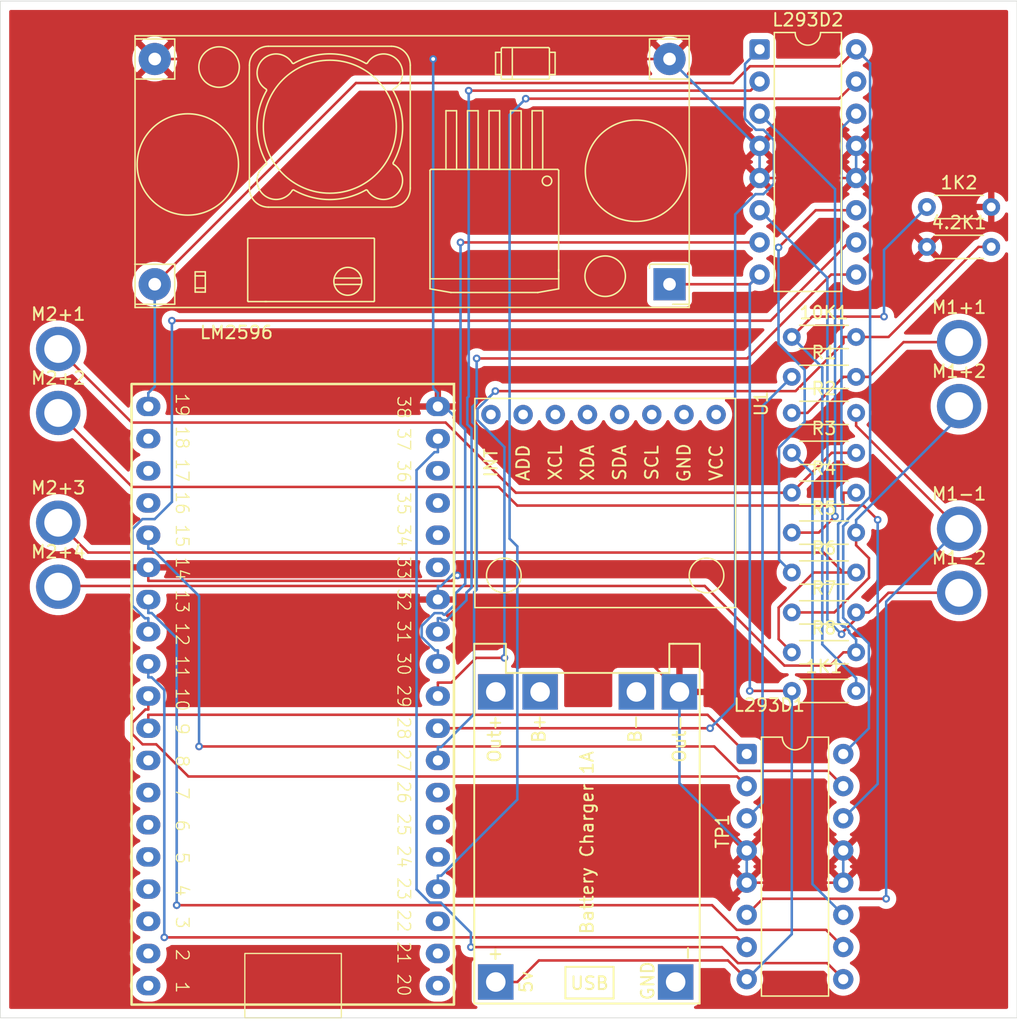
<source format=kicad_pcb>
(kicad_pcb (version 20241229) (generator "pcbnew") (generator_version "9.0")
  (layers (0 "F.Cu" signal) (2 "B.Cu" signal) (13 "F.Paste" user) (15 "B.Paste" user) (5 "F.SilkS" user "F.Silkscreen") (7 "B.SilkS" user "B.Silkscreen") (1 "F.Mask" user) (3 "B.Mask" user) (25 "Edge.Cuts" user))
  (net 0 "")
  (net 1 "Net-(10K1-Pad1)")
  (net 2 "Net-(L293D1-VCC2)")
  (net 3 "Earth")
  (net 4 "Net-(ESP32-DevKitC1-GPIO5)")
  (net 5 "Net-(ESP32-DevKitC1-DAC_2{slash}ADC2_CH9{slash}GPIO26)")
  (net 6 "Net-(ESP32-DevKitC1-GPIO17)")
  (net 8 "Net-(ESP32-DevKitC1-MTDI{slash}GPIO12{slash}ADC2_CH5)")
  (net 11 "Net-(ESP32-DevKitC1-GPIO16)")
  (net 14 "Net-(ESP32-DevKitC1-5V)")
  (net 15 "Net-(ESP32-DevKitC1-GPIO19)")
  (net 17 "Net-(ESP32-DevKitC1-ADC2_CH7{slash}GPIO27)")
  (net 20 "Net-(ESP32-DevKitC1-MTMS{slash}GPIO14{slash}ADC2_CH6)")
  (net 28 "Net-(ESP32-DevKitC1-GPIO18)")
  (net 30 "Net-(ESP32-DevKitC1-MTCK{slash}GPIO13{slash}ADC2_CH4)")
  (net 32 "Net-(ESP32-DevKitC1-MTDO{slash}GPIO15{slash}ADC2_CH3)")
  (net 34 "Net-(ESP32-DevKitC1-DAC_1{slash}ADC2_CH8{slash}GPIO25)")
  (net 35 "Net-(ESP32-DevKitC1-GPIO23)")
  (net 36 "Net-(L293D1-2Y)")
  (net 37 "Net-(L293D1-4Y)")
  (net 38 "Net-(L293D1-1Y)")
  (net 39 "Net-(L293D1-3Y)")
  (net 40 "Net-(L293D2-3Y)")
  (net 41 "Net-(L293D2-2Y)")
  (net 42 "Net-(L293D2-4Y)")
  (net 43 "Net-(L293D2-1Y)")
  (net 46 "Net-(ESP32-DevKitC1-3V3)")
  (net 55 "Net-(M1+1-Pad1)")
  (net 56 "Net-(M1+2-Pad1)")
  (net 57 "Net-(M2+1-Pad1)")
  (net 58 "Net-(M2+3-Pad1)")
  (footprint "Resistor_THT:R_Axial_DIN0204_L3.6mm_D1.6mm_P5.08mm_Horizontal" (layer "F.Cu") (at 211.276 76.818)
    (property "Reference" "R1" (at 2.54 -1.92 0) (layer "F.SilkS"))
    (property "Value" "1k")
    (pad "1" thru_hole circle (at 0 0) (size 1.4 1.4) (drill 0.7) (layers "*.Cu" "*.Mask") (net 38 "Net-(L293D1-1Y)"))
    (pad "2" thru_hole oval (at 5.08 0) (size 1.4 1.4) (drill 0.7) (layers "*.Cu" "*.Mask") (net 55 "Net-(M1+1-Pad1)"))
  )
  (footprint "Resistor_THT:R_Axial_DIN0204_L3.6mm_D1.6mm_P5.08mm_Horizontal" (layer "F.Cu") (at 211.276 89.112)
    (property "Reference" "R5" (at 2.54 -1.92 0) (layer "F.SilkS"))
    (property "Value" "1k")
    (pad "1" thru_hole circle (at 0 0) (size 1.4 1.4) (drill 0.7) (layers "*.Cu" "*.Mask") (net 43 "Net-(L293D2-1Y)"))
    (pad "2" thru_hole oval (at 5.08 0) (size 1.4 1.4) (drill 0.7) (layers "*.Cu" "*.Mask") (net 56 "Net-(M1+2-Pad1)"))
  )
  (footprint "TP4056-18650-master:TP4056-18650" (layer "F.Cu") (at 186.2075 126.2885 90)
    (property "Reference" "TP1" (at 13.6 19.6 90) (layer "F.SilkS"))
    (property "Value" "~")
    (fp_text user "B-" (at 21.7 12.7 90) (layer "F.SilkS"))
    (fp_text user "Out+" (at 20.9 1.6 90) (layer "F.SilkS"))
    (fp_text user "5v" (at 1.7 4.1 90) (layer "F.SilkS"))
    (fp_text user "B+" (at 21.7 5.1 90) (layer "F.SilkS"))
    (fp_text user "Battery Charger 1A" (at 12.7 8.9 90) (layer "F.SilkS"))
    (fp_text user "GND" (at 1.8 13.7 90) (layer "F.SilkS"))
    (fp_text user "Out-" (at 20.9 16.2 90) (layer "F.SilkS"))
    (fp_text user "-" (at 4 16.8 90) (layer "F.SilkS"))
    (fp_text user "+" (at 3.9 1.6 90) (layer "F.SilkS"))
    (fp_text user "USB" (at 1.6 9.1 0) (layer "F.SilkS"))
    (pad "1" thru_hole rect (at 1.7 1.7 90) (size 2.8 2.8) (drill 1.54) (layers "*.Cu" "*.Mask") (net 2 "Net-(L293D1-VCC2)"))
    (pad "2" thru_hole rect (at 1.7 15.9 90) (size 2.8 2.8) (drill 1.54) (layers "*.Cu" "*.Mask"))
    (pad "3" thru_hole rect (at 24.6 1.7 90) (size 2.8 2.8) (drill 1.54) (layers "*.Cu" "*.Mask"))
    (pad "4" thru_hole rect (at 24.6 16.2 90) (size 2.8 2.8) (drill 1.54) (layers "*.Cu" "*.Mask") (net 3 "Earth"))
    (pad "5" thru_hole rect (at 24.6 5.2 90) (size 2.8 2.8) (drill 1.54) (layers "*.Cu" "*.Mask"))
    (pad "6" thru_hole rect (at 24.6 12.8 90) (size 2.8 2.8) (drill 1.54) (layers "*.Cu" "*.Mask"))
  )
  (footprint "Resistor_THT:R_Axial_DIN0204_L3.6mm_D1.6mm_P5.08mm_Horizontal" (layer "F.Cu") (at 211.276 92.262)
    (property "Reference" "R6" (at 2.54 -1.92 0) (layer "F.SilkS"))
    (property "Value" "1k")
    (pad "1" thru_hole circle (at 0 0) (size 1.4 1.4) (drill 0.7) (layers "*.Cu" "*.Mask") (net 40 "Net-(L293D2-3Y)"))
    (pad "2" thru_hole oval (at 5.08 0) (size 1.4 1.4) (drill 0.7) (layers "*.Cu" "*.Mask") (net 58 "Net-(M2+3-Pad1)"))
  )
  (footprint "Resistor_THT:R_Axial_DIN0204_L3.6mm_D1.6mm_P5.08mm_Horizontal" (layer "F.Cu") (at 221.944 63.408)
    (property "Reference" "1K2" (at 2.54 -1.92 0) (layer "F.SilkS"))
    (property "Value" "1K")
    (pad "1" thru_hole circle (at 0 0) (size 1.4 1.4) (drill 0.7) (layers "*.Cu" "*.Mask") (net 1 "Net-(10K1-Pad1)"))
    (pad "2" thru_hole oval (at 5.08 0) (size 1.4 1.4) (drill 0.7) (layers "*.Cu" "*.Mask") (net 3 "Earth"))
  )
  (footprint "ESP32_Footprints:ESP32_38pin" (layer "F.Cu") (at 171.906 102.016 -90)
    (property "Reference" "ESP32-DevKitC1" (hide yes))
    (property "Value" "ESP32-DevKitC")
    (fp_text user "38 37 36 35 34 33 32 31 30 29 28 27 26 25 24 23 22 21 20" (at -23.767942 -8.154289 270) (layer "F.SilkS") (effects (font (size 1 0.95) (thickness 0.1)) (justify left bottom)))
    (fp_text user "19 18 17 16 15 14 13 12 11 10" (at -23.986738 9.343109 270) (layer "F.SilkS") (effects (font (size 1 0.97) (thickness 0.1)) (justify left bottom)))
    (fp_text user "  9  8  7  6  5  4  3  2  1" (at 0.457924 9.331599 270) (layer "F.SilkS") (effects (font (size 1 1.03) (thickness 0.1)) (justify left bottom)))
    (pad "1" thru_hole oval (at 22.86 11.43 270) (size 1.524 1.9) (drill 0.8) (layers "*.Cu" "*.Mask") (net 46 "Net-(ESP32-DevKitC1-3V3)"))
    (pad "2" thru_hole oval (at 20.32 11.43 270) (size 1.524 1.9) (drill 0.8) (layers "*.Cu" "*.Mask"))
    (pad "3" thru_hole oval (at 17.78 11.43 270) (size 1.524 1.9) (drill 0.8) (layers "*.Cu" "*.Mask"))
    (pad "4" thru_hole oval (at 15.24 11.43 270) (size 1.524 1.9) (drill 0.8) (layers "*.Cu" "*.Mask"))
    (pad "5" thru_hole oval (at 12.7 11.43 270) (size 1.524 1.9) (drill 0.8) (layers "*.Cu" "*.Mask"))
    (pad "6" thru_hole oval (at 10.16 11.43 270) (size 1.524 1.9) (drill 0.8) (layers "*.Cu" "*.Mask"))
    (pad "7" thru_hole oval (at 7.62 11.43 270) (size 1.524 1.9) (drill 0.8) (layers "*.Cu" "*.Mask"))
    (pad "8" thru_hole oval (at 5.08 11.43 270) (size 1.524 1.9) (drill 0.8) (layers "*.Cu" "*.Mask"))
    (pad "9" thru_hole oval (at 2.54 11.43 270) (size 1.524 1.9) (drill 0.8) (layers "*.Cu" "*.Mask") (net 34 "Net-(ESP32-DevKitC1-DAC_1{slash}ADC2_CH8{slash}GPIO25)"))
    (pad "10" thru_hole oval (at 0 11.43 270) (size 1.524 1.9) (drill 0.8) (layers "*.Cu" "*.Mask") (net 5 "Net-(ESP32-DevKitC1-DAC_2{slash}ADC2_CH9{slash}GPIO26)"))
    (pad "11" thru_hole oval (at -2.54 11.43 270) (size 1.524 1.9) (drill 0.8) (layers "*.Cu" "*.Mask") (net 17 "Net-(ESP32-DevKitC1-ADC2_CH7{slash}GPIO27)"))
    (pad "12" thru_hole oval (at -5.08 11.43 270) (size 1.524 1.9) (drill 0.8) (layers "*.Cu" "*.Mask") (net 20 "Net-(ESP32-DevKitC1-MTMS{slash}GPIO14{slash}ADC2_CH6)"))
    (pad "13" thru_hole oval (at -7.62 11.43 270) (size 1.524 1.9) (drill 0.8) (layers "*.Cu" "*.Mask") (net 8 "Net-(ESP32-DevKitC1-MTDI{slash}GPIO12{slash}ADC2_CH5)"))
    (pad "14" thru_hole oval (at -10.16 11.43 270) (size 1.524 1.9) (drill 0.8) (layers "*.Cu" "*.Mask") (net 3 "Earth"))
    (pad "15" thru_hole oval (at -12.7 11.43 270) (size 1.524 1.9) (drill 0.8) (layers "*.Cu" "*.Mask") (net 30 "Net-(ESP32-DevKitC1-MTCK{slash}GPIO13{slash}ADC2_CH4)"))
    (pad "16" thru_hole oval (at -15.24 11.43 270) (size 1.524 1.9) (drill 0.8) (layers "*.Cu" "*.Mask"))
    (pad "17" thru_hole oval (at -17.78 11.43 270) (size 1.524 1.9) (drill 0.8) (layers "*.Cu" "*.Mask"))
    (pad "18" thru_hole oval (at -20.32 11.43 270) (size 1.524 1.9) (drill 0.8) (layers "*.Cu" "*.Mask"))
    (pad "19" thru_hole oval (at -22.86 11.43 270) (size 1.524 1.9) (drill 0.8) (layers "*.Cu" "*.Mask") (net 14 "Net-(ESP32-DevKitC1-5V)"))
    (pad "20" thru_hole oval (at 22.86 -11.43 270) (size 1.524 1.9) (drill 0.8) (layers "*.Cu" "*.Mask"))
    (pad "21" thru_hole oval (at 20.32 -11.43 270) (size 1.524 1.9) (drill 0.8) (layers "*.Cu" "*.Mask"))
    (pad "22" thru_hole oval (at 17.78 -11.43 270) (size 1.524 1.9) (drill 0.8) (layers "*.Cu" "*.Mask"))
    (pad "23" thru_hole oval (at 15.24 -11.43 270) (size 1.524 1.9) (drill 0.8) (layers "*.Cu" "*.Mask") (net 32 "Net-(ESP32-DevKitC1-MTDO{slash}GPIO15{slash}ADC2_CH3)"))
    (pad "24" thru_hole oval (at 12.7 -11.43 270) (size 1.524 1.9) (drill 0.8) (layers "*.Cu" "*.Mask"))
    (pad "25" thru_hole oval (at 10.16 -11.43 270) (size 1.524 1.9) (drill 0.8) (layers "*.Cu" "*.Mask"))
    (pad "26" thru_hole oval (at 7.62 -11.43 270) (size 1.524 1.9) (drill 0.8) (layers "*.Cu" "*.Mask"))
    (pad "27" thru_hole oval (at 5.08 -11.43 270) (size 1.524 1.9) (drill 0.8) (layers "*.Cu" "*.Mask") (net 11 "Net-(ESP32-DevKitC1-GPIO16)"))
    (pad "28" thru_hole oval (at 2.54 -11.43 270) (size 1.524 1.9) (drill 0.8) (layers "*.Cu" "*.Mask") (net 6 "Net-(ESP32-DevKitC1-GPIO17)"))
    (pad "29" thru_hole oval (at 0 -11.43 270) (size 1.524 1.9) (drill 0.8) (layers "*.Cu" "*.Mask") (net 4 "Net-(ESP32-DevKitC1-GPIO5)"))
    (pad "30" thru_hole oval (at -2.54 -11.43 270) (size 1.524 1.9) (drill 0.8) (layers "*.Cu" "*.Mask") (net 28 "Net-(ESP32-DevKitC1-GPIO18)"))
    (pad "31" thru_hole oval (at -5.08 -11.43 270) (size 1.524 1.9) (drill 0.8) (layers "*.Cu" "*.Mask") (net 15 "Net-(ESP32-DevKitC1-GPIO19)"))
    (pad "32" thru_hole oval (at -7.62 -11.43 270) (size 1.524 1.9) (drill 0.8) (layers "*.Cu" "*.Mask") (net 3 "Earth"))
    (pad "33" thru_hole oval (at -10.16 -11.43 270) (size 1.524 1.9) (drill 0.8) (layers "*.Cu" "*.Mask"))
    (pad "34" thru_hole oval (at -12.7 -11.43 270) (size 1.524 1.9) (drill 0.8) (layers "*.Cu" "*.Mask"))
    (pad "35" thru_hole oval (at -15.24 -11.43 270) (size 1.524 1.9) (drill 0.8) (layers "*.Cu" "*.Mask"))
    (pad "36" thru_hole oval (at -17.78 -11.43 270) (size 1.524 1.9) (drill 0.8) (layers "*.Cu" "*.Mask"))
    (pad "37" thru_hole oval (at -20.32 -11.43 270) (size 1.524 1.9) (drill 0.8) (layers "*.Cu" "*.Mask") (net 35 "Net-(ESP32-DevKitC1-GPIO23)"))
    (pad "38" thru_hole oval (at -22.86 -11.43 270) (size 1.524 1.9) (drill 0.8) (layers "*.Cu" "*.Mask") (net 3 "Earth"))
  )
  (footprint "MountingHole:MountingHole_2.2mm_M2_ISO7380_Pad" (layer "F.Cu") (at 224.484 88.808)
    (property "Reference" "M1-1" (at 0 -2.75 0) (layer "F.SilkS"))
    (property "Value" "M1-")
    (pad "1" thru_hole circle (at 0 0) (size 3.5 3.5) (drill 2.2) (layers "*.Cu" "*.Mask") (net 36 "Net-(L293D1-2Y)"))
  )
  (footprint "MountingHole:MountingHole_2.2mm_M2_ISO7380_Pad" (layer "F.Cu") (at 224.484 93.858)
    (property "Reference" "M1-2" (at 0 -2.75 0) (layer "F.SilkS"))
    (property "Value" "M1-")
    (pad "1" thru_hole circle (at 0 0) (size 3.5 3.5) (drill 2.2) (layers "*.Cu" "*.Mask") (net 41 "Net-(L293D2-2Y)"))
  )
  (footprint "MountingHole:MountingHole_2.2mm_M2_ISO7380_Pad" (layer "F.Cu") (at 224.484 79.126)
    (property "Reference" "M1+2" (at 0 -2.75 0) (layer "F.SilkS"))
    (property "Value" "M1+")
    (pad "1" thru_hole circle (at 0 0) (size 3.5 3.5) (drill 2.2) (layers "*.Cu" "*.Mask") (net 56 "Net-(M1+2-Pad1)"))
  )
  (footprint "Resistor_THT:R_Axial_DIN0204_L3.6mm_D1.6mm_P5.08mm_Horizontal" (layer "F.Cu") (at 211.276 85.962)
    (property "Reference" "R4" (at 2.54 -1.92 0) (layer "F.SilkS"))
    (property "Value" "2K")
    (pad "1" thru_hole circle (at 0 0) (size 1.4 1.4) (drill 0.7) (layers "*.Cu" "*.Mask") (net 57 "Net-(M2+1-Pad1)"))
    (pad "2" thru_hole oval (at 5.08 0) (size 1.4 1.4) (drill 0.7) (layers "*.Cu" "*.Mask") (net 37 "Net-(L293D1-4Y)"))
  )
  (footprint "Resistor_THT:R_Axial_DIN0204_L3.6mm_D1.6mm_P5.08mm_Horizontal" (layer "F.Cu") (at 211.276 82.812)
    (property "Reference" "R3" (at 2.54 -1.92 0) (layer "F.SilkS"))
    (property "Value" "1k")
    (pad "1" thru_hole circle (at 0 0) (size 1.4 1.4) (drill 0.7) (layers "*.Cu" "*.Mask") (net 39 "Net-(L293D1-3Y)"))
    (pad "2" thru_hole oval (at 5.08 0) (size 1.4 1.4) (drill 0.7) (layers "*.Cu" "*.Mask") (net 57 "Net-(M2+1-Pad1)"))
  )
  (footprint "Resistor_THT:R_Axial_DIN0204_L3.6mm_D1.6mm_P5.08mm_Horizontal" (layer "F.Cu") (at 211.276 73.668)
    (property "Reference" "10K1" (at 2.54 -1.92 0) (layer "F.SilkS"))
    (property "Value" "10K")
    (pad "1" thru_hole circle (at 0 0) (size 1.4 1.4) (drill 0.7) (layers "*.Cu" "*.Mask") (net 1 "Net-(10K1-Pad1)"))
    (pad "2" thru_hole oval (at 5.08 0) (size 1.4 1.4) (drill 0.7) (layers "*.Cu" "*.Mask") (net 4 "Net-(ESP32-DevKitC1-GPIO5)"))
  )
  (footprint "MountingHole:MountingHole_2.2mm_M2_ISO7380_Pad" (layer "F.Cu") (at 153.364 93.38)
    (property "Reference" "M2+4" (at 0 -2.75 0) (layer "F.SilkS"))
    (property "Value" "M2+")
    (pad "1" thru_hole circle (at 0 0) (size 3.5 3.5) (drill 2.2) (layers "*.Cu" "*.Mask") (net 42 "Net-(L293D2-4Y)"))
  )
  (footprint "Resistor_THT:R_Axial_DIN0204_L3.6mm_D1.6mm_P5.08mm_Horizontal" (layer "F.Cu") (at 211.276 101.608)
    (property "Reference" "1K1" (at 2.54 -1.92 0) (layer "F.SilkS"))
    (property "Value" "1K")
    (pad "1" thru_hole circle (at 0 0) (size 1.4 1.4) (drill 0.7) (layers "*.Cu" "*.Mask") (net 2 "Net-(L293D1-VCC2)"))
    (pad "2" thru_hole oval (at 5.08 0) (size 1.4 1.4) (drill 0.7) (layers "*.Cu" "*.Mask") (net 1 "Net-(10K1-Pad1)"))
  )
  (footprint "MountingHole:MountingHole_2.2mm_M2_ISO7380_Pad" (layer "F.Cu") (at 224.484 74.076)
    (property "Reference" "M1+1" (at 0 -2.75 0) (layer "F.SilkS"))
    (property "Value" "M1+")
    (pad "1" thru_hole circle (at 0 0) (size 3.5 3.5) (drill 2.2) (layers "*.Cu" "*.Mask") (net 55 "Net-(M1+1-Pad1)"))
  )
  (footprint "Resistor_THT:R_Axial_DIN0204_L3.6mm_D1.6mm_P5.08mm_Horizontal" (layer "F.Cu") (at 221.944 66.558)
    (property "Reference" "4.2K1" (at 2.54 -1.92 0) (layer "F.SilkS"))
    (property "Value" "4.2K")
    (pad "1" thru_hole circle (at 0 0) (size 1.4 1.4) (drill 0.7) (layers "*.Cu" "*.Mask") (net 3 "Earth"))
    (pad "2" thru_hole oval (at 5.08 0) (size 1.4 1.4) (drill 0.7) (layers "*.Cu" "*.Mask") (net 4 "Net-(ESP32-DevKitC1-GPIO5)"))
  )
  (footprint "Package_DIP:DIP-16_W7.62mm" (layer "F.Cu") (at 208.736 50.962)
    (property "Reference" "L293D2" (at 3.81 -2.33 0) (layer "F.SilkS"))
    (property "Value" "L293D")
    (pad "1" thru_hole roundrect (at 0 0) (size 1.6 1.6) (drill 0.8) (layers "*.Cu" "*.Mask") (roundrect_rratio 0.15625) (net 6 "Net-(ESP32-DevKitC1-GPIO17)"))
    (pad "2" thru_hole circle (at 0 2.54) (size 1.6 1.6) (drill 0.8) (layers "*.Cu" "*.Mask") (net 15 "Net-(ESP32-DevKitC1-GPIO19)"))
    (pad "3" thru_hole circle (at 0 5.08) (size 1.6 1.6) (drill 0.8) (layers "*.Cu" "*.Mask") (net 43 "Net-(L293D2-1Y)"))
    (pad "4" thru_hole circle (at 0 7.62) (size 1.6 1.6) (drill 0.8) (layers "*.Cu" "*.Mask") (net 3 "Earth"))
    (pad "5" thru_hole circle (at 0 10.16) (size 1.6 1.6) (drill 0.8) (layers "*.Cu" "*.Mask") (net 3 "Earth"))
    (pad "6" thru_hole circle (at 0 12.7) (size 1.6 1.6) (drill 0.8) (layers "*.Cu" "*.Mask") (net 41 "Net-(L293D2-2Y)"))
    (pad "7" thru_hole circle (at 0 15.24) (size 1.6 1.6) (drill 0.8) (layers "*.Cu" "*.Mask") (net 28 "Net-(ESP32-DevKitC1-GPIO18)"))
    (pad "8" thru_hole circle (at 0 17.78) (size 1.6 1.6) (drill 0.8) (layers "*.Cu" "*.Mask") (net 2 "Net-(L293D1-VCC2)"))
    (pad "9" thru_hole circle (at 7.62 17.78) (size 1.6 1.6) (drill 0.8) (layers "*.Cu" "*.Mask") (net 11 "Net-(ESP32-DevKitC1-GPIO16)"))
    (pad "10" thru_hole circle (at 7.62 15.24) (size 1.6 1.6) (drill 0.8) (layers "*.Cu" "*.Mask") (net 20 "Net-(ESP32-DevKitC1-MTMS{slash}GPIO14{slash}ADC2_CH6)"))
    (pad "11" thru_hole circle (at 7.62 12.7) (size 1.6 1.6) (drill 0.8) (layers "*.Cu" "*.Mask") (net 40 "Net-(L293D2-3Y)"))
    (pad "12" thru_hole circle (at 7.62 10.16) (size 1.6 1.6) (drill 0.8) (layers "*.Cu" "*.Mask") (net 3 "Earth"))
    (pad "13" thru_hole circle (at 7.62 7.62) (size 1.6 1.6) (drill 0.8) (layers "*.Cu" "*.Mask") (net 3 "Earth"))
    (pad "14" thru_hole circle (at 7.62 5.08) (size 1.6 1.6) (drill 0.8) (layers "*.Cu" "*.Mask") (net 42 "Net-(L293D2-4Y)"))
    (pad "15" thru_hole circle (at 7.62 2.54) (size 1.6 1.6) (drill 0.8) (layers "*.Cu" "*.Mask") (net 32 "Net-(ESP32-DevKitC1-MTDO{slash}GPIO15{slash}ADC2_CH3)"))
    (pad "16" thru_hole circle (at 7.62 0) (size 1.6 1.6) (drill 0.8) (layers "*.Cu" "*.Mask") (net 14 "Net-(ESP32-DevKitC1-5V)"))
  )
  (footprint "MountingHole:MountingHole_2.2mm_M2_ISO7380_Pad" (layer "F.Cu") (at 153.364 74.614)
    (property "Reference" "M2+1" (at 0 -2.75 0) (layer "F.SilkS"))
    (property "Value" "M2+")
    (pad "1" thru_hole circle (at 0 0) (size 3.5 3.5) (drill 2.2) (layers "*.Cu" "*.Mask") (net 57 "Net-(M2+1-Pad1)"))
  )
  (footprint "Resistor_THT:R_Axial_DIN0204_L3.6mm_D1.6mm_P5.08mm_Horizontal" (layer "F.Cu") (at 211.276 98.562)
    (property "Reference" "R8" (at 2.54 -1.92 0) (layer "F.SilkS"))
    (property "Value" "2K")
    (pad "1" thru_hole circle (at 0 0) (size 1.4 1.4) (drill 0.7) (layers "*.Cu" "*.Mask") (net 58 "Net-(M2+3-Pad1)"))
    (pad "2" thru_hole oval (at 5.08 0) (size 1.4 1.4) (drill 0.7) (layers "*.Cu" "*.Mask") (net 42 "Net-(L293D2-4Y)"))
  )
  (footprint "Package_DIP:DIP-16_W7.62mm" (layer "F.Cu") (at 207.72 106.588)
    (property "Reference" "L293D1" (at 1.778 -3.856 0) (layer "F.SilkS"))
    (property "Value" "L293D")
    (pad "1" thru_hole roundrect (at 0 0) (size 1.6 1.6) (drill 0.8) (layers "*.Cu" "*.Mask") (roundrect_rratio 0.15625) (net 34 "Net-(ESP32-DevKitC1-DAC_1{slash}ADC2_CH8{slash}GPIO25)"))
    (pad "2" thru_hole circle (at 0 2.54) (size 1.6 1.6) (drill 0.8) (layers "*.Cu" "*.Mask") (net 5 "Net-(ESP32-DevKitC1-DAC_2{slash}ADC2_CH9{slash}GPIO26)"))
    (pad "3" thru_hole circle (at 0 5.08) (size 1.6 1.6) (drill 0.8) (layers "*.Cu" "*.Mask") (net 38 "Net-(L293D1-1Y)"))
    (pad "4" thru_hole circle (at 0 7.62) (size 1.6 1.6) (drill 0.8) (layers "*.Cu" "*.Mask") (net 3 "Earth"))
    (pad "5" thru_hole circle (at 0 10.16) (size 1.6 1.6) (drill 0.8) (layers "*.Cu" "*.Mask") (net 3 "Earth"))
    (pad "6" thru_hole circle (at 0 12.7) (size 1.6 1.6) (drill 0.8) (layers "*.Cu" "*.Mask") (net 36 "Net-(L293D1-2Y)"))
    (pad "7" thru_hole circle (at 0 15.24) (size 1.6 1.6) (drill 0.8) (layers "*.Cu" "*.Mask") (net 17 "Net-(ESP32-DevKitC1-ADC2_CH7{slash}GPIO27)"))
    (pad "8" thru_hole circle (at 0 17.78) (size 1.6 1.6) (drill 0.8) (layers "*.Cu" "*.Mask") (net 2 "Net-(L293D1-VCC2)"))
    (pad "9" thru_hole circle (at 7.62 17.78) (size 1.6 1.6) (drill 0.8) (layers "*.Cu" "*.Mask") (net 35 "Net-(ESP32-DevKitC1-GPIO23)"))
    (pad "10" thru_hole circle (at 7.62 15.24) (size 1.6 1.6) (drill 0.8) (layers "*.Cu" "*.Mask") (net 8 "Net-(ESP32-DevKitC1-MTDI{slash}GPIO12{slash}ADC2_CH5)"))
    (pad "11" thru_hole circle (at 7.62 12.7) (size 1.6 1.6) (drill 0.8) (layers "*.Cu" "*.Mask") (net 39 "Net-(L293D1-3Y)"))
    (pad "12" thru_hole circle (at 7.62 10.16) (size 1.6 1.6) (drill 0.8) (layers "*.Cu" "*.Mask") (net 3 "Earth"))
    (pad "13" thru_hole circle (at 7.62 7.62) (size 1.6 1.6) (drill 0.8) (layers "*.Cu" "*.Mask") (net 3 "Earth"))
    (pad "14" thru_hole circle (at 7.62 5.08) (size 1.6 1.6) (drill 0.8) (layers "*.Cu" "*.Mask") (net 37 "Net-(L293D1-4Y)"))
    (pad "15" thru_hole circle (at 7.62 2.54) (size 1.6 1.6) (drill 0.8) (layers "*.Cu" "*.Mask") (net 30 "Net-(ESP32-DevKitC1-MTCK{slash}GPIO13{slash}ADC2_CH4)"))
    (pad "16" thru_hole circle (at 7.62 0) (size 1.6 1.6) (drill 0.8) (layers "*.Cu" "*.Mask") (net 14 "Net-(ESP32-DevKitC1-5V)"))
  )
  (footprint "Resistor_THT:R_Axial_DIN0204_L3.6mm_D1.6mm_P5.08mm_Horizontal" (layer "F.Cu") (at 211.276 79.662)
    (property "Reference" "R2" (at 2.54 -1.92 0) (layer "F.SilkS"))
    (property "Value" "2K")
    (pad "1" thru_hole circle (at 0 0) (size 1.4 1.4) (drill 0.7) (layers "*.Cu" "*.Mask") (net 55 "Net-(M1+1-Pad1)"))
    (pad "2" thru_hole oval (at 5.08 0) (size 1.4 1.4) (drill 0.7) (layers "*.Cu" "*.Mask") (net 36 "Net-(L293D1-2Y)"))
  )
  (footprint "KiCad:YAAJ_DCDC_StepDown_LM2596" (layer "F.Cu") (at 201.624 69.504 180)
    (property "Reference" "LM2596" (at 34.19 -3.81 0) (layer "F.SilkS"))
    (property "Value" "LM2596")
    (pad "1" thru_hole rect (at 0 0 180) (size 2.54 2.54) (drill 1) (layers "*.Cu" "*.Mask") (net 2 "Net-(L293D1-VCC2)"))
    (pad "2" thru_hole circle (at 0 17.78 180) (size 2.54 2.54) (drill 1) (layers "*.Cu" "*.Mask") (net 3 "Earth"))
    (pad "3" thru_hole circle (at 40.64 17.78 180) (size 2.54 2.54) (drill 1) (layers "*.Cu" "*.Mask") (net 3 "Earth"))
    (pad "4" thru_hole circle (at 40.64 0 180) (size 2.54 2.54) (drill 1) (layers "*.Cu" "*.Mask") (net 14 "Net-(ESP32-DevKitC1-5V)"))
  )
  (footprint "Resistor_THT:R_Axial_DIN0204_L3.6mm_D1.6mm_P5.08mm_Horizontal" (layer "F.Cu") (at 211.276 95.412)
    (property "Reference" "R7" (at 2.54 -1.92 0) (layer "F.SilkS"))
    (property "Value" "2K")
    (pad "1" thru_hole circle (at 0 0) (size 1.4 1.4) (drill 0.7) (layers "*.Cu" "*.Mask") (net 56 "Net-(M1+2-Pad1)"))
    (pad "2" thru_hole oval (at 5.08 0) (size 1.4 1.4) (drill 0.7) (layers "*.Cu" "*.Mask") (net 41 "Net-(L293D2-2Y)"))
  )
  (footprint "MountingHole:MountingHole_2.2mm_M2_ISO7380_Pad" (layer "F.Cu") (at 153.364 88.33)
    (property "Reference" "M2+3" (at 0 -2.75 0) (layer "F.SilkS"))
    (property "Value" "M2+")
    (pad "1" thru_hole circle (at 0 0) (size 3.5 3.5) (drill 2.2) (layers "*.Cu" "*.Mask") (net 58 "Net-(M2+3-Pad1)"))
  )
  (footprint "usini_sensors:module_mpu6050" (layer "F.Cu") (at 187.527 79.791 -90)
    (property "Reference" "U1" (at -0.864 -21.336 90) (layer "F.SilkS"))
    (property "Value" "MPU-6050")
    (fp_text user "XCL" (at 3.81 -5.08 90) (layer "F.SilkS"))
    (fp_text user "SDA" (at 3.81 -10.16 90) (layer "F.SilkS"))
    (fp_text user "VCC" (at 3.81 -17.78 90) (layer "F.SilkS"))
    (fp_text user "GND" (at 3.81 -15.24 90) (layer "F.SilkS"))
    (fp_text user "XDA" (at 3.81 -7.62 90) (layer "F.SilkS"))
    (fp_text user "ADD" (at 3.81 -2.54 90) (layer "F.SilkS"))
    (fp_text user "SCL" (at 3.81 -12.7 90) (layer "F.SilkS"))
    (fp_text user "INT" (at 3.81 0 90) (layer "F.SilkS"))
    (pad "1" thru_hole circle (at 0 -17.78 270) (size 1.524 1.524) (drill 0.762) (layers "*.Cu" "*.Mask"))
    (pad "2" thru_hole circle (at 0 -15.24 270) (size 1.524 1.524) (drill 0.762) (layers "*.Cu" "*.Mask"))
    (pad "3" thru_hole circle (at 0 -12.7 270) (size 1.524 1.524) (drill 0.762) (layers "*.Cu" "*.Mask"))
    (pad "4" thru_hole circle (at 0 -10.16 270) (size 1.524 1.524) (drill 0.762) (layers "*.Cu" "*.Mask"))
    (pad "5" thru_hole circle (at 0 -7.62 270) (size 1.524 1.524) (drill 0.762) (layers "*.Cu" "*.Mask"))
    (pad "6" thru_hole circle (at 0 -5.08 270) (size 1.524 1.524) (drill 0.762) (layers "*.Cu" "*.Mask"))
    (pad "7" thru_hole circle (at 0 -2.54 270) (size 1.524 1.524) (drill 0.762) (layers "*.Cu" "*.Mask"))
    (pad "8" thru_hole circle (at 0 0 270) (size 1.524 1.524) (drill 0.762) (layers "*.Cu" "*.Mask"))
  )
  (footprint "MountingHole:MountingHole_2.2mm_M2_ISO7380_Pad" (layer "F.Cu") (at 153.364 79.664)
    (property "Reference" "M2+2" (at 0 -2.75 0) (layer "F.SilkS"))
    (property "Value" "M2+")
    (pad "1" thru_hole circle (at 0 0) (size 3.5 3.5) (drill 2.2) (layers "*.Cu" "*.Mask") (net 37 "Net-(L293D1-4Y)"))
  )
  (gr_rect (start 148.792 47.152) (end 229.056 127.416) (stroke (width 0.05)) (fill no) (layer "Edge.Cuts"))
  (segment (start 212.8821 72.0619) (end 218.5585 72.0619) (width 0.2) (layer "F.Cu") (net 1))
  (segment (start 211.276 73.668) (end 212.8821 72.0619) (width 0.2) (layer "F.Cu") (net 1))
  (via (at 218.5585 72.0619) (size 0.6) (drill 0.3) (layers "F.Cu" "B.Cu") (net 1))
  (segment (start 213.6854 97.9357) (end 216.356 100.6063) (width 0.2) (layer "B.Cu") (net 1))
  (segment (start 216.356 101.608) (end 216.356 100.6063) (width 0.2) (layer "B.Cu") (net 1))
  (segment (start 218.5585 66.7935) (end 221.944 63.408) (width 0.2) (layer "B.Cu") (net 1))
  (segment (start 211.276 73.668) (end 213.6854 76.0774) (width 0.2) (layer "B.Cu") (net 1))
  (segment (start 213.6854 76.0774) (end 213.6854 97.9357) (width 0.2) (layer "B.Cu") (net 1))
  (segment (start 218.5585 72.0619) (end 218.5585 66.7935) (width 0.2) (layer "B.Cu") (net 1))
  (segment (start 206.2388 122.8868) (end 191.3109 122.8868) (width 0.2) (layer "F.Cu") (net 2))
  (segment (start 191.3109 122.8868) (end 189.6092 124.5885) (width 0.2) (layer "F.Cu") (net 2))
  (segment (start 207.72 124.368) (end 206.2388 122.8868) (width 0.2) (layer "F.Cu") (net 2))
  (segment (start 207.974 69.504) (end 208.736 68.742) (width 0.2) (layer "F.Cu") (net 2))
  (segment (start 187.9075 124.5885) (end 189.6092 124.5885) (width 0.2) (layer "F.Cu") (net 2))
  (segment (start 201.624 69.504) (end 207.974 69.504) (width 0.2) (layer "F.Cu") (net 2))
  (segment (start 211.276 101.608) (end 207.961 101.608) (width 0.2) (layer "F.Cu") (net 2))
  (via (at 207.961 101.608) (size 0.6) (drill 0.3) (layers "F.Cu" "B.Cu") (net 2))
  (segment (start 207.72 124.368) (end 211.276 120.812) (width 0.2) (layer "B.Cu") (net 2))
  (segment (start 208.736 68.742) (end 207.961 69.517) (width 0.2) (layer "B.Cu") (net 2))
  (segment (start 207.961 69.517) (end 207.961 101.608) (width 0.2) (layer "B.Cu") (net 2))
  (segment (start 211.276 120.812) (end 211.276 101.608) (width 0.2) (layer "B.Cu") (net 2))
  (segment (start 195.115 94.396) (end 202.4075 101.6885) (width 0.2) (layer "F.Cu") (net 3))
  (segment (start 221.944 66.558) (end 216.508 61.122) (width 0.2) (layer "F.Cu") (net 3))
  (segment (start 216.508 61.122) (end 216.356 61.122) (width 0.2) (layer "F.Cu") (net 3))
  (segment (start 160.476 91.856) (end 160.476 92.9197) (width 0.2) (layer "F.Cu") (net 3))
  (segment (start 208.736 61.122) (end 216.356 61.122) (width 0.2) (layer "F.Cu") (net 3))
  (segment (start 227.024 63.408) (end 225.094 63.408) (width 0.2) (layer "F.Cu") (net 3))
  (segment (start 215.34 116.748) (end 207.72 116.748) (width 0.2) (layer "F.Cu") (net 3))
  (segment (start 160.476 92.9197) (end 184.4476 92.9197) (width 0.2) (layer "F.Cu") (net 3))
  (segment (start 183.336 94.396) (end 195.115 94.396) (width 0.2) (layer "F.Cu") (net 3))
  (segment (start 184.4476 92.9197) (end 184.8774 92.4899) (width 0.2) (layer "F.Cu") (net 3))
  (segment (start 225.094 63.408) (end 221.944 66.558) (width 0.2) (layer "F.Cu") (net 3))
  (segment (start 182.9643 51.724) (end 160.984 51.724) (width 0.2) (layer "F.Cu") (net 3))
  (segment (start 201.624 51.724) (end 182.9643 51.724) (width 0.2) (layer "F.Cu") (net 3))
  (via (at 184.8774 92.4899) (size 0.6) (drill 0.3) (layers "F.Cu" "B.Cu") (net 3))
  (via (at 182.9643 51.724) (size 0.6) (drill 0.3) (layers "F.Cu" "B.Cu") (net 3))
  (segment (start 207.72 114.208) (end 202.4075 108.8955) (width 0.2) (layer "B.Cu") (net 3))
  (segment (start 183.5718 93.3323) (end 183.336 93.3323) (width 0.2) (layer "B.Cu") (net 3))
  (segment (start 183.336 79.156) (end 183.336 78.6241) (width 0.2) (layer "B.Cu") (net 3))
  (segment (start 183.336 78.6241) (end 183.336 78.0923) (width 0.2) (layer "B.Cu") (net 3))
  (segment (start 201.624 51.724) (end 208.482 58.582) (width 0.2) (layer "B.Cu") (net 3))
  (segment (start 208.736 58.582) (end 208.736 61.122) (width 0.2) (layer "B.Cu") (net 3))
  (segment (start 183.336 94.396) (end 183.336 93.3323) (width 0.2) (layer "B.Cu") (net 3))
  (segment (start 216.356 61.122) (end 216.356 58.582) (width 0.2) (layer "B.Cu") (net 3))
  (segment (start 182.9643 77.7206) (end 182.9643 51.724) (width 0.2) (layer "B.Cu") (net 3))
  (segment (start 184.6291 92.275) (end 183.5718 93.3323) (width 0.2) (layer "B.Cu") (net 3))
  (segment (start 184.6291 79.9172) (end 184.6291 92.275) (width 0.2) (layer "B.Cu") (net 3))
  (segment (start 184.6625 92.275) (end 184.8774 92.4899) (width 0.2) (layer "B.Cu") (net 3))
  (segment (start 207.72 116.748) (end 207.72 114.208) (width 0.2) (layer "B.Cu") (net 3))
  (segment (start 183.336 78.6241) (end 184.6291 79.9172) (width 0.2) (layer "B.Cu") (net 3))
  (segment (start 208.482 58.582) (end 208.736 58.582) (width 0.2) (layer "B.Cu") (net 3))
  (segment (start 202.4075 108.8955) (end 202.4075 101.6885) (width 0.2) (layer "B.Cu") (net 3))
  (segment (start 184.6291 92.275) (end 184.6625 92.275) (width 0.2) (layer "B.Cu") (net 3))
  (segment (start 215.34 114.208) (end 215.34 116.748) (width 0.2) (layer "B.Cu") (net 3))
  (segment (start 183.336 78.0923) (end 182.9643 77.7206) (width 0.2) (layer "B.Cu") (net 3))
  (segment (start 183.336 100.9523) (end 184.3997 100.9523) (width 0.2) (layer "F.Cu") (net 4))
  (segment (start 215.3543 73.668) (end 215.3543 74.1564) (width 0.2) (layer "F.Cu") (net 4))
  (segment (start 211.5699 77.9408) (end 187.8729 77.9408) (width 0.2) (layer "F.Cu") (net 4))
  (segment (start 218.9123 73.668) (end 216.356 73.668) (width 0.2) (layer "F.Cu") (net 4))
  (segment (start 227.024 66.558) (end 226.0223 66.558) (width 0.2) (layer "F.Cu") (net 4))
  (segment (start 226.0223 66.558) (end 218.9123 73.668) (width 0.2) (layer "F.Cu") (net 4))
  (segment (start 215.3543 74.1564) (end 211.5699 77.9408) (width 0.2) (layer "F.Cu") (net 4))
  (segment (start 186.3508 99.0012) (end 188.5907 99.0012) (width 0.2) (layer "F.Cu") (net 4))
  (segment (start 183.336 102.016) (end 183.336 100.9523) (width 0.2) (layer "F.Cu") (net 4))
  (segment (start 184.3997 100.9523) (end 186.3508 99.0012) (width 0.2) (layer "F.Cu") (net 4))
  (segment (start 216.356 73.668) (end 215.3543 73.668) (width 0.2) (layer "F.Cu") (net 4))
  (via (at 187.8729 77.9408) (size 0.6) (drill 0.3) (layers "F.Cu" "B.Cu") (net 4))
  (via (at 188.5907 99.0012) (size 0.6) (drill 0.3) (layers "F.Cu" "B.Cu") (net 4))
  (segment (start 186.4633 79.3504) (end 186.4633 80.2316) (width 0.2) (layer "B.Cu") (net 4))
  (segment (start 187.8729 77.9408) (end 186.4633 79.3504) (width 0.2) (layer "B.Cu") (net 4))
  (segment (start 186.4633 80.2316) (end 188.5906 82.3589) (width 0.2) (layer "B.Cu") (net 4))
  (segment (start 188.5906 82.3589) (end 188.5907 82.3589) (width 0.2) (layer "B.Cu") (net 4))
  (segment (start 188.5907 82.3589) (end 188.5907 99.0012) (width 0.2) (layer "B.Cu") (net 4))
  (segment (start 161.1019 105.826) (end 163.6419 108.366) (width 0.2) (layer "F.Cu") (net 5))
  (segment (start 160.476 102.016) (end 160.476 103.0797) (width 0.2) (layer "F.Cu") (net 5))
  (segment (start 160.2402 103.0797) (end 159.2069 104.113) (width 0.2) (layer "F.Cu") (net 5))
  (segment (start 159.2069 104.113) (end 159.2069 105.0089) (width 0.2) (layer "F.Cu") (net 5))
  (segment (start 160.476 103.0797) (end 160.2402 103.0797) (width 0.2) (layer "F.Cu") (net 5))
  (segment (start 206.958 108.366) (end 207.72 109.128) (width 0.2) (layer "F.Cu") (net 5))
  (segment (start 160.024 105.826) (end 161.1019 105.826) (width 0.2) (layer "F.Cu") (net 5))
  (segment (start 159.2069 105.0089) (end 160.024 105.826) (width 0.2) (layer "F.Cu") (net 5))
  (segment (start 163.6419 108.366) (end 206.958 108.366) (width 0.2) (layer "F.Cu") (net 5))
  (segment (start 183.336 104.556) (end 204.8277 104.556) (width 0.2) (layer "F.Cu") (net 6))
  (via (at 204.8277 104.556) (size 0.6) (drill 0.3) (layers "F.Cu" "B.Cu") (net 6))
  (segment (start 207.5841 52.1139) (end 207.5841 56.4481) (width 0.2) (layer "B.Cu") (net 6))
  (segment (start 206.8059 102.5778) (end 204.8277 104.556) (width 0.2) (layer "B.Cu") (net 6))
  (segment (start 208.448 57.312) (end 209.0398 57.312) (width 0.2) (layer "B.Cu") (net 6))
  (segment (start 209.0398 57.312) (end 209.8612 58.1334) (width 0.2) (layer "B.Cu") (net 6))
  (segment (start 208.4086 62.392) (end 206.8059 63.9947) (width 0.2) (layer "B.Cu") (net 6))
  (segment (start 208.736 50.962) (end 207.5841 52.1139) (width 0.2) (layer "B.Cu") (net 6))
  (segment (start 209.0332 62.392) (end 208.4086 62.392) (width 0.2) (layer "B.Cu") (net 6))
  (segment (start 209.8612 58.1334) (end 209.8612 61.564) (width 0.2) (layer "B.Cu") (net 6))
  (segment (start 207.5841 56.4481) (end 208.448 57.312) (width 0.2) (layer "B.Cu") (net 6))
  (segment (start 209.8612 61.564) (end 209.0332 62.392) (width 0.2) (layer "B.Cu") (net 6))
  (segment (start 206.8059 63.9947) (end 206.8059 102.5778) (width 0.2) (layer "B.Cu") (net 6))
  (segment (start 215.34 121.828) (end 213.985 120.473) (width 0.2) (layer "F.Cu") (net 8))
  (segment (start 206.9309 120.473) (end 204.9839 118.526) (width 0.2) (layer "F.Cu") (net 8))
  (segment (start 204.9839 118.526) (end 162.7165 118.526) (width 0.2) (layer "F.Cu") (net 8))
  (segment (start 213.985 120.473) (end 206.9309 120.473) (width 0.2) (layer "F.Cu") (net 8))
  (via (at 162.7165 118.526) (size 0.6) (drill 0.3) (layers "F.Cu" "B.Cu") (net 8))
  (segment (start 160.476 95.4597) (end 160.7419 95.4597) (width 0.2) (layer "B.Cu") (net 8))
  (segment (start 162.7165 97.4343) (end 162.7165 118.526) (width 0.2) (layer "B.Cu") (net 8))
  (segment (start 160.7419 95.4597) (end 162.7165 97.4343) (width 0.2) (layer "B.Cu") (net 8))
  (segment (start 160.476 94.396) (end 160.476 95.4597) (width 0.2) (layer "B.Cu") (net 8))
  (segment (start 214.3819 68.742) (end 207.7614 75.3625) (width 0.2) (layer "F.Cu") (net 11))
  (segment (start 216.356 68.742) (end 214.3819 68.742) (width 0.2) (layer "F.Cu") (net 11))
  (segment (start 207.7614 75.3625) (end 186.3988 75.3625) (width 0.2) (layer "F.Cu") (net 11))
  (via (at 186.3988 75.3625) (size 0.6) (drill 0.3) (layers "F.Cu" "B.Cu") (net 11))
  (segment (start 186.3988 78.8469) (end 186.0616 79.1841) (width 0.2) (layer "B.Cu") (net 11))
  (segment (start 186.3988 75.3625) (end 186.3988 78.8469) (width 0.2) (layer "B.Cu") (net 11))
  (segment (start 186.1971 103.4371) (end 183.6019 106.0323) (width 0.2) (layer "B.Cu") (net 11))
  (segment (start 186.3988 93.6174) (end 186.1971 93.8191) (width 0.2) (layer "B.Cu") (net 11))
  (segment (start 186.1971 93.8191) (end 186.1971 103.4371) (width 0.2) (layer "B.Cu") (net 11))
  (segment (start 183.336 107.096) (end 183.336 106.0323) (width 0.2) (layer "B.Cu") (net 11))
  (segment (start 183.6019 106.0323) (end 183.336 106.0323) (width 0.2) (layer "B.Cu") (net 11))
  (segment (start 186.0616 80.3979) (end 186.3988 80.7351) (width 0.2) (layer "B.Cu") (net 11))
  (segment (start 186.3988 80.7351) (end 186.3988 93.6174) (width 0.2) (layer "B.Cu") (net 11))
  (segment (start 186.0616 79.1841) (end 186.0616 80.3979) (width 0.2) (layer "B.Cu") (net 11))
  (segment (start 216.356 50.962) (end 215.0221 52.2959) (width 0.2) (layer "F.Cu") (net 14))
  (segment (start 215.0221 52.2959) (end 207.977 52.2959) (width 0.2) (layer "F.Cu") (net 14))
  (segment (start 207.977 52.2959) (end 206.6533 53.6196) (width 0.2) (layer "F.Cu") (net 14))
  (segment (start 176.8684 53.6196) (end 160.984 69.504) (width 0.2) (layer "F.Cu") (net 14))
  (segment (start 206.6533 53.6196) (end 176.8684 53.6196) (width 0.2) (layer "F.Cu") (net 14))
  (segment (start 217.4589 86.2835) (end 217.4589 52.0649) (width 0.2) (layer "B.Cu") (net 14))
  (segment (start 215.6922 88.2482) (end 215.6922 88.0502) (width 0.2) (layer "B.Cu") (net 14))
  (segment (start 217.3642 97.8727) (end 215.3381 95.8466) (width 0.2) (layer "B.Cu") (net 14))
  (segment (start 160.476 78.0923) (end 160.984 77.5843) (width 0.2) (layer "B.Cu") (net 14))
  (segment (start 215.6922 88.0502) (end 217.4589 86.2835) (width 0.2) (layer "B.Cu") (net 14))
  (segment (start 215.3381 95.8466) (end 215.3381 88.6023) (width 0.2) (layer "B.Cu") (net 14))
  (segment (start 160.476 79.156) (end 160.476 78.0923) (width 0.2) (layer "B.Cu") (net 14))
  (segment (start 215.3381 88.6023) (end 215.6922 88.2482) (width 0.2) (layer "B.Cu") (net 14))
  (segment (start 160.984 77.5843) (end 160.984 69.504) (width 0.2) (layer "B.Cu") (net 14))
  (segment (start 217.4589 52.0649) (end 216.356 50.962) (width 0.2) (layer "B.Cu") (net 14))
  (segment (start 215.34 106.588) (end 217.3642 104.5638) (width 0.2) (layer "B.Cu") (net 14))
  (segment (start 217.3642 104.5638) (end 217.3642 97.8727) (width 0.2) (layer "B.Cu") (net 14))
  (segment (start 208.0167 54.2213) (end 185.7709 54.2213) (width 0.2) (layer "F.Cu") (net 15))
  (segment (start 208.736 53.502) (end 208.0167 54.2213) (width 0.2) (layer "F.Cu") (net 15))
  (via (at 185.7709 54.2213) (size 0.6) (drill 0.3) (layers "F.Cu" "B.Cu") (net 15))
  (segment (start 183.336 96.936) (end 183.336 95.8723) (width 0.2) (layer "B.Cu") (net 15))
  (segment (start 184.0078 96.0344) (end 183.6752 96.0344) (width 0.2) (layer "B.Cu") (net 15))
  (segment (start 183.6752 96.0344) (end 183.5131 95.8723) (width 0.2) (layer "B.Cu") (net 15))
  (segment (start 185.7709 54.2213) (end 185.7709 78.3537) (width 0.2) (layer "B.Cu") (net 15))
  (segment (start 183.5131 95.8723) (end 183.336 95.8723) (width 0.2) (layer "B.Cu") (net 15))
  (segment (start 185.5954 94.4468) (end 184.0078 96.0344) (width 0.2) (layer "B.Cu") (net 15))
  (segment (start 185.9971 93.4511) (end 185.5954 93.8528) (width 0.2) (layer "B.Cu") (net 15))
  (segment (start 185.6599 78.4647) (end 185.6599 80.5642) (width 0.2) (layer "B.Cu") (net 15))
  (segment (start 185.7709 78.3537) (end 185.6599 78.4647) (width 0.2) (layer "B.Cu") (net 15))
  (segment (start 185.6599 80.5642) (end 185.9971 80.9014) (width 0.2) (layer "B.Cu") (net 15))
  (segment (start 185.9971 80.9014) (end 185.9971 93.4511) (width 0.2) (layer "B.Cu") (net 15))
  (segment (start 185.5954 93.8528) (end 185.5954 94.4468) (width 0.2) (layer "B.Cu") (net 15))
  (segment (start 206.958 121.066) (end 161.7399 121.066) (width 0.2) (layer "F.Cu") (net 17))
  (segment (start 207.72 121.828) (end 206.958 121.066) (width 0.2) (layer "F.Cu") (net 17))
  (via (at 161.7399 121.066) (size 0.6) (drill 0.3) (layers "F.Cu" "B.Cu") (net 17))
  (segment (start 160.7419 100.5397) (end 161.7399 101.5377) (width 0.2) (layer "B.Cu") (net 17))
  (segment (start 161.7399 101.5377) (end 161.7399 121.066) (width 0.2) (layer "B.Cu") (net 17))
  (segment (start 160.476 100.5397) (end 160.7419 100.5397) (width 0.2) (layer "B.Cu") (net 17))
  (segment (start 160.476 99.476) (end 160.476 100.5397) (width 0.2) (layer "B.Cu") (net 17))
  (segment (start 209.6077 72.3823) (end 162.3385 72.3823) (width 0.2) (layer "F.Cu") (net 20))
  (segment (start 216.356 66.202) (end 215.788 66.202) (width 0.2) (layer "F.Cu") (net 20))
  (segment (start 215.788 66.202) (end 209.6077 72.3823) (width 0.2) (layer "F.Cu") (net 20))
  (via (at 162.3385 72.3823) (size 0.6) (drill 0.3) (layers "F.Cu" "B.Cu") (net 20))
  (segment (start 160.476 95.8723) (end 160.2101 95.8723) (width 0.2) (layer "B.Cu") (net 20))
  (segment (start 160.2101 95.8723) (end 159.2144 94.8766) (width 0.2) (layer "B.Cu") (net 20))
  (segment (start 160.0117 88.046) (end 160.9761 88.046) (width 0.2) (layer "B.Cu") (net 20))
  (segment (start 159.2144 88.8433) (end 160.0117 88.046) (width 0.2) (layer "B.Cu") (net 20))
  (segment (start 162.3385 86.6836) (end 162.3385 72.3823) (width 0.2) (layer "B.Cu") (net 20))
  (segment (start 160.9761 88.046) (end 162.3385 86.6836) (width 0.2) (layer "B.Cu") (net 20))
  (segment (start 160.476 96.936) (end 160.476 95.8723) (width 0.2) (layer "B.Cu") (net 20))
  (segment (start 159.2144 94.8766) (end 159.2144 88.8433) (width 0.2) (layer "B.Cu") (net 20))
  (segment (start 208.736 66.202) (end 185.1228 66.202) (width 0.2) (layer "F.Cu") (net 28))
  (via (at 185.1228 66.202) (size 0.6) (drill 0.3) (layers "F.Cu" "B.Cu") (net 28))
  (segment (start 185.4953 93.1465) (end 185.4953 80.9676) (width 0.2) (layer "B.Cu") (net 28))
  (segment (start 183.336 99.476) (end 183.336 98.4123) (width 0.2) (layer "B.Cu") (net 28))
  (segment (start 185.4953 80.9676) (end 185.1228 80.5951) (width 0.2) (layer "B.Cu") (net 28))
  (segment (start 184.7005 94.7737) (end 184.7005 93.9413) (width 0.2) (layer "B.Cu") (net 28))
  (segment (start 185.1228 80.5951) (end 185.1228 66.202) (width 0.2) (layer "B.Cu") (net 28))
  (segment (start 183.8828 95.5914) (end 184.7005 94.7737) (width 0.2) (layer "B.Cu") (net 28))
  (segment (start 183.0682 95.4651) (end 183.6739 95.4651) (width 0.2) (layer "B.Cu") (net 28))
  (segment (start 183.336 98.4123) (end 183.1132 98.4123) (width 0.2) (layer "B.Cu") (net 28))
  (segment (start 184.7005 93.9413) (end 185.4953 93.1465) (width 0.2) (layer "B.Cu") (net 28))
  (segment (start 183.8002 95.5914) (end 183.8828 95.5914) (width 0.2) (layer "B.Cu") (net 28))
  (segment (start 183.1132 98.4123) (end 182.0553 97.3544) (width 0.2) (layer "B.Cu") (net 28))
  (segment (start 183.6739 95.4651) (end 183.8002 95.5914) (width 0.2) (layer "B.Cu") (net 28))
  (segment (start 182.0553 97.3544) (end 182.0553 96.478) (width 0.2) (layer "B.Cu") (net 28))
  (segment (start 182.0553 96.478) (end 183.0682 95.4651) (width 0.2) (layer "B.Cu") (net 28))
  (segment (start 207.0798 107.9219) (end 205.1525 105.9946) (width 0.2) (layer "F.Cu") (net 30))
  (segment (start 215.34 109.128) (end 214.1339 107.9219) (width 0.2) (layer "F.Cu") (net 30))
  (segment (start 205.1525 105.9946) (end 164.4822 105.9946) (width 0.2) (layer "F.Cu") (net 30))
  (segment (start 214.1339 107.9219) (end 207.0798 107.9219) (width 0.2) (layer "F.Cu") (net 30))
  (via (at 164.4822 105.9946) (size 0.6) (drill 0.3) (layers "F.Cu" "B.Cu") (net 30))
  (segment (start 164.4822 94.12) (end 164.4822 105.9946) (width 0.2) (layer "B.Cu") (net 30))
  (segment (start 160.476 89.316) (end 160.476 90.3797) (width 0.2) (layer "B.Cu") (net 30))
  (segment (start 160.476 90.3797) (end 160.7419 90.3797) (width 0.2) (layer "B.Cu") (net 30))
  (segment (start 160.7419 90.3797) (end 164.4822 94.12) (width 0.2) (layer "B.Cu") (net 30))
  (segment (start 216.356 53.502) (end 215.001 54.857) (width 0.2) (layer "F.Cu") (net 32))
  (segment (start 215.001 54.857) (end 190.2741 54.857) (width 0.2) (layer "F.Cu") (net 32))
  (via (at 190.2741 54.857) (size 0.6) (drill 0.3) (layers "F.Cu" "B.Cu") (net 32))
  (segment (start 188.9979 89.592) (end 188.9979 56.1332) (width 0.2) (layer "B.Cu") (net 32))
  (segment (start 183.336 116.1923) (end 183.6019 116.1923) (width 0.2) (layer "B.Cu") (net 32))
  (segment (start 183.6019 116.1923) (end 189.6092 110.185) (width 0.2) (layer "B.Cu") (net 32))
  (segment (start 189.6092 90.2033) (end 188.9979 89.592) (width 0.2) (layer "B.Cu") (net 32))
  (segment (start 183.336 117.256) (end 183.336 116.1923) (width 0.2) (layer "B.Cu") (net 32))
  (segment (start 188.9979 56.1332) (end 190.2741 54.857) (width 0.2) (layer "B.Cu") (net 32))
  (segment (start 189.6092 110.185) (end 189.6092 90.2033) (width 0.2) (layer "B.Cu") (net 32))
  (segment (start 160.476 104.556) (end 160.476 103.4923) (width 0.2) (layer "F.Cu") (net 34))
  (segment (start 160.476 103.4923) (end 204.6243 103.4923) (width 0.2) (layer "F.Cu") (net 34))
  (segment (start 204.6243 103.4923) (end 207.72 106.588) (width 0.2) (layer "F.Cu") (net 34))
  (segment (start 215.34 124.368) (end 214.07 123.098) (width 0.2) (layer "F.Cu") (net 35))
  (segment (start 214.07 123.098) (end 207.0249 123.098) (width 0.2) (layer "F.Cu") (net 35))
  (segment (start 205.7617 121.8348) (end 185.9445 121.8348) (width 0.2) (layer "F.Cu") (net 35))
  (segment (start 207.0249 123.098) (end 205.7617 121.8348) (width 0.2) (layer "F.Cu") (net 35))
  (via (at 185.9445 121.8348) (size 0.6) (drill 0.3) (layers "F.Cu" "B.Cu") (net 35))
  (segment (start 182.6925 118.3197) (end 183.5671 118.3197) (width 0.2) (layer "B.Cu") (net 35))
  (segment (start 181.6536 117.2808) (end 182.6925 118.3197) (width 0.2) (layer "B.Cu") (net 35))
  (segment (start 183.0701 82.7597) (end 181.6536 84.1762) (width 0.2) (layer "B.Cu") (net 35))
  (segment (start 183.336 82.7597) (end 183.0701 82.7597) (width 0.2) (layer "B.Cu") (net 35))
  (segment (start 185.9445 120.6971) (end 185.9445 121.8348) (width 0.2) (layer "B.Cu") (net 35))
  (segment (start 183.336 81.696) (end 183.336 82.7597) (width 0.2) (layer "B.Cu") (net 35))
  (segment (start 183.5671 118.3197) (end 185.9445 120.6971) (width 0.2) (layer "B.Cu") (net 35))
  (segment (start 181.6536 84.1762) (end 181.6536 117.2808) (width 0.2) (layer "B.Cu") (net 35))
  (segment (start 216.356 80.68) (end 216.356 79.662) (width 0.2) (layer "F.Cu") (net 36))
  (segment (start 207.72 119.288) (end 208.99 118.018) (width 0.2) (layer "F.Cu") (net 36))
  (segment (start 224.484 88.808) (end 216.356 80.68) (width 0.2) (layer "F.Cu") (net 36))
  (segment (start 208.99 118.018) (end 218.7267 118.018) (width 0.2) (layer "F.Cu") (net 36))
  (via (at 218.7267 118.018) (size 0.6) (drill 0.3) (layers "F.Cu" "B.Cu") (net 36))
  (segment (start 218.7267 94.5653) (end 218.7267 118.018) (width 0.2) (layer "B.Cu") (net 36))
  (segment (start 224.484 88.808) (end 218.7267 94.5653) (width 0.2) (layer "B.Cu") (net 36))
  (segment (start 215.3543 86.9771) (end 215.3543 85.962) (width 0.2) (layer "F.Cu") (net 37))
  (segment (start 216.356 85.962) (end 215.3543 85.962) (width 0.2) (layer "F.Cu") (net 37))
  (segment (start 189.5993 86.9771) (end 188.1282 85.506) (width 0.2) (layer "F.Cu") (net 37))
  (segment (start 159.206 85.506) (end 153.364 79.664) (width 0.2) (layer "F.Cu") (net 37))
  (segment (start 215.3543 86.9771) (end 189.5993 86.9771) (width 0.2) (layer "F.Cu") (net 37))
  (segment (start 188.1282 85.506) (end 159.206 85.506) (width 0.2) (layer "F.Cu") (net 37))
  (segment (start 216.9341 86.9771) (end 218.0579 88.1009) (width 0.2) (layer "F.Cu") (net 37))
  (segment (start 215.3543 86.9771) (end 216.9341 86.9771) (width 0.2) (layer "F.Cu") (net 37))
  (via (at 218.0579 88.1009) (size 0.6) (drill 0.3) (layers "F.Cu" "B.Cu") (net 37))
  (segment (start 218.0579 108.9501) (end 218.0579 88.1009) (width 0.2) (layer "B.Cu") (net 37))
  (segment (start 215.34 111.668) (end 218.0579 108.9501) (width 0.2) (layer "B.Cu") (net 37))
  (segment (start 208.967 79.127) (end 208.967 110.421) (width 0.2) (layer "B.Cu") (net 38))
  (segment (start 208.967 110.421) (end 207.72 111.668) (width 0.2) (layer "B.Cu") (net 38))
  (segment (start 211.276 76.818) (end 208.967 79.127) (width 0.2) (layer "B.Cu") (net 38))
  (segment (start 212.909 84.445) (end 211.276 82.812) (width 0.2) (layer "B.Cu") (net 39))
  (segment (start 215.34 119.288) (end 212.909 116.857) (width 0.2) (layer "B.Cu") (net 39))
  (segment (start 212.909 116.857) (end 212.909 84.445) (width 0.2) (layer "B.Cu") (net 39))
  (segment (start 210.2296 66.5984) (end 213.166 63.662) (width 0.2) (layer "F.Cu") (net 40))
  (segment (start 213.166 63.662) (end 216.356 63.662) (width 0.2) (layer "F.Cu") (net 40))
  (via (at 210.2296 66.5984) (size 0.6) (drill 0.3) (layers "F.Cu" "B.Cu") (net 40))
  (segment (start 212.2947 76.2615) (end 210.2296 74.1964) (width 0.2) (layer "B.Cu") (net 40))
  (segment (start 211.276 92.262) (end 210.2712 91.2572) (width 0.2) (layer "B.Cu") (net 40))
  (segment (start 210.2712 82.3914) (end 212.2947 80.3679) (width 0.2) (layer "B.Cu") (net 40))
  (segment (start 212.2947 80.3679) (end 212.2947 76.2615) (width 0.2) (layer "B.Cu") (net 40))
  (segment (start 210.2712 91.2572) (end 210.2712 82.3914) (width 0.2) (layer "B.Cu") (net 40))
  (segment (start 210.2296 74.1964) (end 210.2296 66.5984) (width 0.2) (layer "B.Cu") (net 40))
  (segment (start 224.484 93.858) (end 218.9117 93.858) (width 0.2) (layer "F.Cu") (net 41))
  (segment (start 218.9117 93.858) (end 217.3577 95.412) (width 0.2) (layer "F.Cu") (net 41))
  (segment (start 216.356 95.412) (end 216.8569 95.412) (width 0.2) (layer "F.Cu") (net 41))
  (segment (start 216.8569 95.412) (end 215.2097 97.0592) (width 0.2) (layer "F.Cu") (net 41))
  (segment (start 216.8569 95.412) (end 217.3577 95.412) (width 0.2) (layer "F.Cu") (net 41))
  (segment (start 215.2097 97.0592) (end 215.2097 97.1371) (width 0.2) (layer "F.Cu") (net 41))
  (via (at 215.2097 97.1371) (size 0.6) (drill 0.3) (layers "F.Cu" "B.Cu") (net 41))
  (segment (start 214.0871 69.0131) (end 214.0871 96.0145) (width 0.2) (layer "B.Cu") (net 41))
  (segment (start 208.736 63.662) (end 214.0871 69.0131) (width 0.2) (layer "B.Cu") (net 41))
  (segment (start 214.0871 96.0145) (end 215.2097 97.1371) (width 0.2) (layer "B.Cu") (net 41))
  (segment (start 216.356 98.562) (end 215.3543 98.562) (width 0.2) (layer "F.Cu") (net 42))
  (segment (start 153.4209 93.3231) (end 204.4056 93.3231) (width 0.2) (layer "F.Cu") (net 42))
  (segment (start 214.3072 99.6091) (end 215.3543 98.562) (width 0.2) (layer "F.Cu") (net 42))
  (segment (start 153.364 93.38) (end 153.4209 93.3231) (width 0.2) (layer "F.Cu") (net 42))
  (segment (start 204.4056 93.3231) (end 210.6916 99.6091) (width 0.2) (layer "F.Cu") (net 42))
  (segment (start 210.6916 99.6091) (end 214.3072 99.6091) (width 0.2) (layer "F.Cu") (net 42))
  (segment (start 216.356 98.562) (end 216.356 97.5603) (width 0.2) (layer "B.Cu") (net 42))
  (segment (start 215.2905 88.0818) (end 215.2905 86.6665) (width 0.2) (layer "B.Cu") (net 42))
  (segment (start 215.4589 96.5354) (end 215.3311 96.5354) (width 0.2) (layer "B.Cu") (net 42))
  (segment (start 215.2905 86.6665) (end 215.195 86.571) (width 0.2) (layer "B.Cu") (net 42))
  (segment (start 215.195 86.571) (end 215.195 57.203) (width 0.2) (layer "B.Cu") (net 42))
  (segment (start 215.195 57.203) (end 216.356 56.042) (width 0.2) (layer "B.Cu") (net 42))
  (segment (start 216.356 97.5603) (end 215.8114 97.0157) (width 0.2) (layer "B.Cu") (net 42))
  (segment (start 214.9363 96.1406) (end 214.9363 88.436) (width 0.2) (layer "B.Cu") (net 42))
  (segment (start 215.3311 96.5354) (end 214.9363 96.1406) (width 0.2) (layer "B.Cu") (net 42))
  (segment (start 215.8114 96.8879) (end 215.4589 96.5354) (width 0.2) (layer "B.Cu") (net 42))
  (segment (start 214.9363 88.436) (end 215.2905 88.0818) (width 0.2) (layer "B.Cu") (net 42))
  (segment (start 215.8114 97.0157) (end 215.8114 96.8879) (width 0.2) (layer "B.Cu") (net 42))
  (segment (start 211.276 89.112) (end 213.4079 89.112) (width 0.2) (layer "F.Cu") (net 43))
  (segment (start 213.4079 89.112) (end 214.6888 87.8311) (width 0.2) (layer "F.Cu") (net 43))
  (via (at 214.6888 87.8311) (size 0.6) (drill 0.3) (layers "F.Cu" "B.Cu") (net 43))
  (segment (start 208.736 56.042) (end 214.6888 61.9948) (width 0.2) (layer "B.Cu") (net 43))
  (segment (start 214.6888 61.9948) (end 214.6888 87.8311) (width 0.2) (layer "B.Cu") (net 43))
  (segment (start 212.5103 79.662) (end 215.3543 76.818) (width 0.2) (layer "F.Cu") (net 55))
  (segment (start 216.356 76.818) (end 215.3543 76.818) (width 0.2) (layer "F.Cu") (net 55))
  (segment (start 216.356 76.818) (end 217.3577 76.818) (width 0.2) (layer "F.Cu") (net 55))
  (segment (start 224.484 74.076) (end 220.0997 74.076) (width 0.2) (layer "F.Cu") (net 55))
  (segment (start 220.0997 74.076) (end 217.3577 76.818) (width 0.2) (layer "F.Cu") (net 55))
  (segment (start 211.276 79.662) (end 212.5103 79.662) (width 0.2) (layer "F.Cu") (net 55))
  (segment (start 216.356 89.112) (end 216.356 90.1137) (width 0.2) (layer "F.Cu") (net 56))
  (segment (start 214.6354 95.412) (end 217.3714 92.676) (width 0.2) (layer "F.Cu") (net 56))
  (segment (start 217.3714 91.1291) (end 216.356 90.1137) (width 0.2) (layer "F.Cu") (net 56))
  (segment (start 217.3714 92.676) (end 217.3714 91.1291) (width 0.2) (layer "F.Cu") (net 56))
  (segment (start 211.276 95.412) (end 214.6354 95.412) (width 0.2) (layer "F.Cu") (net 56))
  (segment (start 216.356 89.112) (end 216.356 88.1103) (width 0.2) (layer "B.Cu") (net 56))
  (segment (start 224.484 79.9823) (end 216.356 88.1103) (width 0.2) (layer "B.Cu") (net 56))
  (segment (start 224.484 79.126) (end 224.484 79.9823) (width 0.2) (layer "B.Cu") (net 56))
  (segment (start 211.276 85.962) (end 189.4868 85.962) (width 0.2) (layer "F.Cu") (net 57))
  (segment (start 159.176 80.426) (end 153.364 74.614) (width 0.2) (layer "F.Cu") (net 57))
  (segment (start 211.276 85.962) (end 214.426 82.812) (width 0.2) (layer "F.Cu") (net 57))
  (segment (start 183.9508 80.426) (end 159.176 80.426) (width 0.2) (layer "F.Cu") (net 57))
  (segment (start 214.426 82.812) (end 216.356 82.812) (width 0.2) (layer "F.Cu") (net 57))
  (segment (start 189.4868 85.962) (end 183.9508 80.426) (width 0.2) (layer "F.Cu") (net 57))
  (segment (start 213.7793 90.687) (end 215.3543 92.262) (width 0.2) (layer "F.Cu") (net 58))
  (segment (start 211.276 98.562) (end 210.2403 97.5263) (width 0.2) (layer "F.Cu") (net 58))
  (segment (start 210.2403 95.028) (end 213.0063 92.262) (width 0.2) (layer "F.Cu") (net 58))
  (segment (start 210.2403 97.5263) (end 210.2403 95.028) (width 0.2) (layer "F.Cu") (net 58))
  (segment (start 153.364 88.33) (end 155.721 90.687) (width 0.2) (layer "F.Cu") (net 58))
  (segment (start 213.0063 92.262) (end 215.3543 92.262) (width 0.2) (layer "F.Cu") (net 58))
  (segment (start 155.721 90.687) (end 213.7793 90.687) (width 0.2) (layer "F.Cu") (net 58))
  (segment (start 216.356 92.262) (end 215.3543 92.262) (width 0.2) (layer "F.Cu") (net 58))
  (zone (net 3) (net_name "Earth") (layer "F.Cu") (connect_pads (clearance 0.5)) (min_thickness 0.25) (fill yes (thermal_gap 0.5) (thermal_bridge_width 0.5))
    (polygon (pts (xy 148.792 47.152) (xy 229.056 47.152) (xy 229.056 127.924) (xy 148.792 127.924)))
  )
)
</source>
